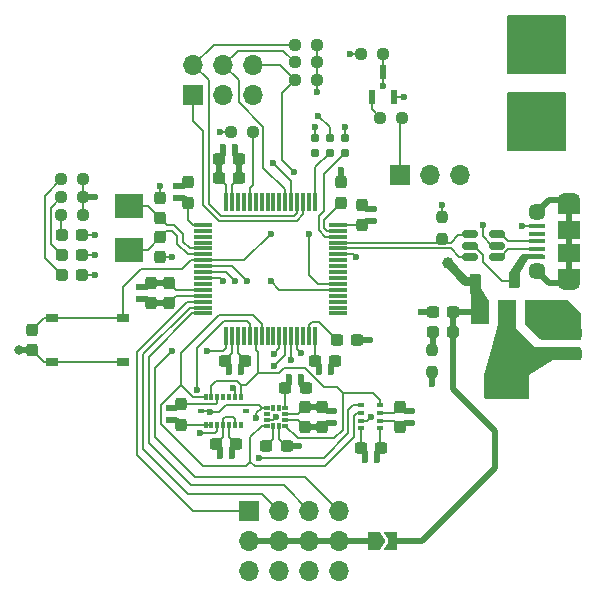
<source format=gbr>
%TF.GenerationSoftware,KiCad,Pcbnew,(6.0.9)*%
%TF.CreationDate,2022-11-01T00:51:48+09:00*%
%TF.ProjectId,STM32-FC,53544d33-322d-4464-932e-6b696361645f,rev?*%
%TF.SameCoordinates,Original*%
%TF.FileFunction,Copper,L1,Top*%
%TF.FilePolarity,Positive*%
%FSLAX46Y46*%
G04 Gerber Fmt 4.6, Leading zero omitted, Abs format (unit mm)*
G04 Created by KiCad (PCBNEW (6.0.9)) date 2022-11-01 00:51:48*
%MOMM*%
%LPD*%
G01*
G04 APERTURE LIST*
G04 Aperture macros list*
%AMRoundRect*
0 Rectangle with rounded corners*
0 $1 Rounding radius*
0 $2 $3 $4 $5 $6 $7 $8 $9 X,Y pos of 4 corners*
0 Add a 4 corners polygon primitive as box body*
4,1,4,$2,$3,$4,$5,$6,$7,$8,$9,$2,$3,0*
0 Add four circle primitives for the rounded corners*
1,1,$1+$1,$2,$3*
1,1,$1+$1,$4,$5*
1,1,$1+$1,$6,$7*
1,1,$1+$1,$8,$9*
0 Add four rect primitives between the rounded corners*
20,1,$1+$1,$2,$3,$4,$5,0*
20,1,$1+$1,$4,$5,$6,$7,0*
20,1,$1+$1,$6,$7,$8,$9,0*
20,1,$1+$1,$8,$9,$2,$3,0*%
%AMFreePoly0*
4,1,6,1.000000,0.000000,0.500000,-0.750000,-0.500000,-0.750000,-0.500000,0.750000,0.500000,0.750000,1.000000,0.000000,1.000000,0.000000,$1*%
%AMFreePoly1*
4,1,6,0.500000,-0.750000,-0.650000,-0.750000,-0.150000,0.000000,-0.650000,0.750000,0.500000,0.750000,0.500000,-0.750000,0.500000,-0.750000,$1*%
G04 Aperture macros list end*
%TA.AperFunction,SMDPad,CuDef*%
%ADD10RoundRect,0.237500X0.237500X-0.300000X0.237500X0.300000X-0.237500X0.300000X-0.237500X-0.300000X0*%
%TD*%
%TA.AperFunction,SMDPad,CuDef*%
%ADD11RoundRect,0.237500X0.300000X0.237500X-0.300000X0.237500X-0.300000X-0.237500X0.300000X-0.237500X0*%
%TD*%
%TA.AperFunction,SMDPad,CuDef*%
%ADD12RoundRect,0.237500X-0.250000X-0.237500X0.250000X-0.237500X0.250000X0.237500X-0.250000X0.237500X0*%
%TD*%
%TA.AperFunction,SMDPad,CuDef*%
%ADD13RoundRect,0.237500X-0.237500X0.300000X-0.237500X-0.300000X0.237500X-0.300000X0.237500X0.300000X0*%
%TD*%
%TA.AperFunction,SMDPad,CuDef*%
%ADD14RoundRect,0.237500X-0.300000X-0.237500X0.300000X-0.237500X0.300000X0.237500X-0.300000X0.237500X0*%
%TD*%
%TA.AperFunction,SMDPad,CuDef*%
%ADD15RoundRect,0.237500X0.250000X0.237500X-0.250000X0.237500X-0.250000X-0.237500X0.250000X-0.237500X0*%
%TD*%
%TA.AperFunction,ComponentPad*%
%ADD16R,1.700000X1.700000*%
%TD*%
%TA.AperFunction,ComponentPad*%
%ADD17O,1.700000X1.700000*%
%TD*%
%TA.AperFunction,SMDPad,CuDef*%
%ADD18R,2.400000X2.000000*%
%TD*%
%TA.AperFunction,SMDPad,CuDef*%
%ADD19RoundRect,0.237500X-0.237500X0.250000X-0.237500X-0.250000X0.237500X-0.250000X0.237500X0.250000X0*%
%TD*%
%TA.AperFunction,SMDPad,CuDef*%
%ADD20R,0.500000X0.350000*%
%TD*%
%TA.AperFunction,SMDPad,CuDef*%
%ADD21R,1.500000X2.000000*%
%TD*%
%TA.AperFunction,SMDPad,CuDef*%
%ADD22R,3.800000X2.000000*%
%TD*%
%TA.AperFunction,SMDPad,CuDef*%
%ADD23RoundRect,0.075000X-0.700000X-0.075000X0.700000X-0.075000X0.700000X0.075000X-0.700000X0.075000X0*%
%TD*%
%TA.AperFunction,SMDPad,CuDef*%
%ADD24RoundRect,0.075000X-0.075000X-0.700000X0.075000X-0.700000X0.075000X0.700000X-0.075000X0.700000X0*%
%TD*%
%TA.AperFunction,SMDPad,CuDef*%
%ADD25R,0.350000X0.590000*%
%TD*%
%TA.AperFunction,SMDPad,CuDef*%
%ADD26R,0.590000X0.350000*%
%TD*%
%TA.AperFunction,SMDPad,CuDef*%
%ADD27R,1.350000X0.400000*%
%TD*%
%TA.AperFunction,SMDPad,CuDef*%
%ADD28R,1.900000X1.200000*%
%TD*%
%TA.AperFunction,ComponentPad*%
%ADD29C,1.450000*%
%TD*%
%TA.AperFunction,ComponentPad*%
%ADD30O,1.900000X1.200000*%
%TD*%
%TA.AperFunction,SMDPad,CuDef*%
%ADD31R,1.900000X1.500000*%
%TD*%
%TA.AperFunction,SMDPad,CuDef*%
%ADD32R,1.000000X0.750000*%
%TD*%
%TA.AperFunction,SMDPad,CuDef*%
%ADD33RoundRect,0.237500X-0.287500X-0.237500X0.287500X-0.237500X0.287500X0.237500X-0.287500X0.237500X0*%
%TD*%
%TA.AperFunction,SMDPad,CuDef*%
%ADD34R,0.600000X1.300000*%
%TD*%
%TA.AperFunction,SMDPad,CuDef*%
%ADD35FreePoly0,0.000000*%
%TD*%
%TA.AperFunction,SMDPad,CuDef*%
%ADD36FreePoly1,0.000000*%
%TD*%
%TA.AperFunction,SMDPad,CuDef*%
%ADD37RoundRect,0.031500X-0.173500X-0.143500X0.173500X-0.143500X0.173500X0.143500X-0.173500X0.143500X0*%
%TD*%
%TA.AperFunction,SMDPad,CuDef*%
%ADD38RoundRect,0.031500X0.143500X-0.173500X0.143500X0.173500X-0.143500X0.173500X-0.143500X-0.173500X0*%
%TD*%
%TA.AperFunction,SMDPad,CuDef*%
%ADD39RoundRect,0.150000X0.512500X0.150000X-0.512500X0.150000X-0.512500X-0.150000X0.512500X-0.150000X0*%
%TD*%
%TA.AperFunction,SMDPad,CuDef*%
%ADD40R,0.900000X1.200000*%
%TD*%
%TA.AperFunction,ConnectorPad*%
%ADD41C,0.787400*%
%TD*%
%TA.AperFunction,ViaPad*%
%ADD42C,0.600000*%
%TD*%
%TA.AperFunction,ViaPad*%
%ADD43C,0.800000*%
%TD*%
%TA.AperFunction,ViaPad*%
%ADD44C,1.000000*%
%TD*%
%TA.AperFunction,Conductor*%
%ADD45C,0.500000*%
%TD*%
%TA.AperFunction,Conductor*%
%ADD46C,0.200000*%
%TD*%
%TA.AperFunction,Conductor*%
%ADD47C,0.800000*%
%TD*%
G04 APERTURE END LIST*
D10*
%TO.P,C16,1*%
%TO.N,+3.3V*%
X175850000Y-107162500D03*
%TO.P,C16,2*%
%TO.N,GND*%
X175850000Y-105437500D03*
%TD*%
%TO.P,C15,1*%
%TO.N,+3.3V*%
X174350000Y-107162500D03*
%TO.P,C15,2*%
%TO.N,GND*%
X174350000Y-105437500D03*
%TD*%
D11*
%TO.P,C14,1*%
%TO.N,+5V*%
X165462500Y-103650000D03*
%TO.P,C14,2*%
%TO.N,GND*%
X163737500Y-103650000D03*
%TD*%
D12*
%TO.P,R11,1*%
%TO.N,Net-(D5-Pad1)*%
X132287500Y-95400000D03*
%TO.P,R11,2*%
%TO.N,GND*%
X134112500Y-95400000D03*
%TD*%
D13*
%TO.P,C5,1*%
%TO.N,/OSC_OUT*%
X140650000Y-97287500D03*
%TO.P,C5,2*%
%TO.N,GND*%
X140650000Y-99012500D03*
%TD*%
D10*
%TO.P,C12,1*%
%TO.N,+3.3V*%
X139900000Y-102862500D03*
%TO.P,C12,2*%
%TO.N,GND*%
X139900000Y-101137500D03*
%TD*%
D13*
%TO.P,C20,1*%
%TO.N,+3.3V*%
X152900000Y-111637500D03*
%TO.P,C20,2*%
%TO.N,GND*%
X152900000Y-113362500D03*
%TD*%
D14*
%TO.P,C9,1*%
%TO.N,+3.3V*%
X153737500Y-107750000D03*
%TO.P,C9,2*%
%TO.N,GND*%
X155462500Y-107750000D03*
%TD*%
D10*
%TO.P,C3,1*%
%TO.N,+3.3V*%
X143000000Y-94362500D03*
%TO.P,C3,2*%
%TO.N,GND*%
X143000000Y-92637500D03*
%TD*%
D15*
%TO.P,R3,1*%
%TO.N,+3.3V*%
X153912500Y-81000000D03*
%TO.P,R3,2*%
%TO.N,/UART4_RX*%
X152087500Y-81000000D03*
%TD*%
D16*
%TO.P,J3,1,Pin_1*%
%TO.N,/UART4_TX*%
X143475000Y-85275000D03*
D17*
%TO.P,J3,2,Pin_2*%
%TO.N,/UART4_RX*%
X143475000Y-82735000D03*
%TO.P,J3,3,Pin_3*%
%TO.N,/UART5_TX*%
X146015000Y-85275000D03*
%TO.P,J3,4,Pin_4*%
%TO.N,/UART5_RX*%
X146015000Y-82735000D03*
%TO.P,J3,5,Pin_5*%
%TO.N,/UART6_TX*%
X148555000Y-85275000D03*
%TO.P,J3,6,Pin_6*%
%TO.N,/UART6_RX*%
X148555000Y-82735000D03*
%TD*%
D15*
%TO.P,R7,1*%
%TO.N,+3.3V*%
X153912500Y-84000000D03*
%TO.P,R7,2*%
%TO.N,/UART6_RX*%
X152087500Y-84000000D03*
%TD*%
D18*
%TO.P,Y1,1,1*%
%TO.N,/OSC_IN*%
X138000000Y-94650000D03*
%TO.P,Y1,2,2*%
%TO.N,/OSC_OUT*%
X138000000Y-98350000D03*
%TD*%
D19*
%TO.P,R8,1*%
%TO.N,Net-(D2-Pad1)*%
X163700000Y-106887500D03*
%TO.P,R8,2*%
%TO.N,GND*%
X163700000Y-108712500D03*
%TD*%
D20*
%TO.P,U6,1,GND*%
%TO.N,GND*%
X157700000Y-113475000D03*
%TO.P,U6,2,CSB*%
%TO.N,/BARO_NSS*%
X157700000Y-112825000D03*
%TO.P,U6,3,SDI*%
%TO.N,/SPI1_MOSI*%
X157700000Y-112175000D03*
%TO.P,U6,4,SCK*%
%TO.N,/SPI1_SCK*%
X157700000Y-111525000D03*
%TO.P,U6,5,SDO*%
%TO.N,/SPI1_MISO*%
X159300000Y-111525000D03*
%TO.P,U6,6,VDDIO*%
%TO.N,+3.3V*%
X159300000Y-112175000D03*
%TO.P,U6,7,GND*%
%TO.N,GND*%
X159300000Y-112825000D03*
%TO.P,U6,8,VDD*%
%TO.N,+3.3V*%
X159300000Y-113475000D03*
%TD*%
D21*
%TO.P,U3,1,GND*%
%TO.N,GND*%
X172300000Y-103650000D03*
D22*
%TO.P,U3,2,VO*%
%TO.N,+3.3V*%
X170000000Y-109950000D03*
D21*
X170000000Y-103650000D03*
%TO.P,U3,3,VI*%
%TO.N,+5V*%
X167700000Y-103650000D03*
%TD*%
D23*
%TO.P,U1,1,VBAT*%
%TO.N,+3.3V*%
X144325000Y-96250000D03*
%TO.P,U1,2,PC13*%
%TO.N,unconnected-(U1-Pad2)*%
X144325000Y-96750000D03*
%TO.P,U1,3,PC14*%
%TO.N,unconnected-(U1-Pad3)*%
X144325000Y-97250000D03*
%TO.P,U1,4,PC15*%
%TO.N,unconnected-(U1-Pad4)*%
X144325000Y-97750000D03*
%TO.P,U1,5,PH0*%
%TO.N,/OSC_IN*%
X144325000Y-98250000D03*
%TO.P,U1,6,PH1*%
%TO.N,/OSC_OUT*%
X144325000Y-98750000D03*
%TO.P,U1,7,NRST*%
%TO.N,/NRST*%
X144325000Y-99250000D03*
%TO.P,U1,8,PC0*%
%TO.N,/LED_RED*%
X144325000Y-99750000D03*
%TO.P,U1,9,PC1*%
%TO.N,/LED_GREEN*%
X144325000Y-100250000D03*
%TO.P,U1,10,PC2*%
%TO.N,/LED_BLUE*%
X144325000Y-100750000D03*
%TO.P,U1,11,PC3*%
%TO.N,unconnected-(U1-Pad11)*%
X144325000Y-101250000D03*
%TO.P,U1,12,VSSA*%
%TO.N,GND*%
X144325000Y-101750000D03*
%TO.P,U1,13,VDDA*%
%TO.N,+3.3V*%
X144325000Y-102250000D03*
%TO.P,U1,14,PA0*%
%TO.N,/TIM5_CH1*%
X144325000Y-102750000D03*
%TO.P,U1,15,PA1*%
%TO.N,/TIM5_CH2*%
X144325000Y-103250000D03*
%TO.P,U1,16,PA2*%
%TO.N,/TIM5_CH3*%
X144325000Y-103750000D03*
D24*
%TO.P,U1,17,PA3*%
%TO.N,/TIM5_CH4*%
X146250000Y-105675000D03*
%TO.P,U1,18,VSS*%
%TO.N,GND*%
X146750000Y-105675000D03*
%TO.P,U1,19,VDD*%
%TO.N,+3.3V*%
X147250000Y-105675000D03*
%TO.P,U1,20,PA4*%
%TO.N,unconnected-(U1-Pad20)*%
X147750000Y-105675000D03*
%TO.P,U1,21,PA5*%
%TO.N,/SPI1_SCK*%
X148250000Y-105675000D03*
%TO.P,U1,22,PA6*%
%TO.N,/SPI1_MISO*%
X148750000Y-105675000D03*
%TO.P,U1,23,PA7*%
%TO.N,/SPI1_MOSI*%
X149250000Y-105675000D03*
%TO.P,U1,24,PC4*%
%TO.N,unconnected-(U1-Pad24)*%
X149750000Y-105675000D03*
%TO.P,U1,25,PC5*%
%TO.N,unconnected-(U1-Pad25)*%
X150250000Y-105675000D03*
%TO.P,U1,26,PB0*%
%TO.N,/GYRO_NSS*%
X150750000Y-105675000D03*
%TO.P,U1,27,PB1*%
%TO.N,/ACC_NSS*%
X151250000Y-105675000D03*
%TO.P,U1,28,PB2*%
%TO.N,/MAG_NSS*%
X151750000Y-105675000D03*
%TO.P,U1,29,PB10*%
%TO.N,/BARO_NSS*%
X152250000Y-105675000D03*
%TO.P,U1,30,PB11*%
%TO.N,unconnected-(U1-Pad30)*%
X152750000Y-105675000D03*
%TO.P,U1,31,VCAP_1*%
%TO.N,/VCAP1*%
X153250000Y-105675000D03*
%TO.P,U1,32,VDD*%
%TO.N,+3.3V*%
X153750000Y-105675000D03*
D23*
%TO.P,U1,33,PB12*%
%TO.N,unconnected-(U1-Pad33)*%
X155675000Y-103750000D03*
%TO.P,U1,34,PB13*%
%TO.N,unconnected-(U1-Pad34)*%
X155675000Y-103250000D03*
%TO.P,U1,35,PB14*%
%TO.N,unconnected-(U1-Pad35)*%
X155675000Y-102750000D03*
%TO.P,U1,36,PB15*%
%TO.N,unconnected-(U1-Pad36)*%
X155675000Y-102250000D03*
%TO.P,U1,37,PC6*%
%TO.N,/UART6_TX*%
X155675000Y-101750000D03*
%TO.P,U1,38,PC7*%
%TO.N,/UART6_RX*%
X155675000Y-101250000D03*
%TO.P,U1,39,PC8*%
%TO.N,unconnected-(U1-Pad39)*%
X155675000Y-100750000D03*
%TO.P,U1,40,PC9*%
%TO.N,unconnected-(U1-Pad40)*%
X155675000Y-100250000D03*
%TO.P,U1,41,PA8*%
%TO.N,unconnected-(U1-Pad41)*%
X155675000Y-99750000D03*
%TO.P,U1,42,PA9*%
%TO.N,unconnected-(U1-Pad42)*%
X155675000Y-99250000D03*
%TO.P,U1,43,PA10*%
%TO.N,/UART1_RX*%
X155675000Y-98750000D03*
%TO.P,U1,44,PA11*%
%TO.N,/USB_D-*%
X155675000Y-98250000D03*
%TO.P,U1,45,PA12*%
%TO.N,/USB_D+*%
X155675000Y-97750000D03*
%TO.P,U1,46,PA13*%
%TO.N,/SWDIO*%
X155675000Y-97250000D03*
%TO.P,U1,47,VCAP_2*%
%TO.N,/VCAP2*%
X155675000Y-96750000D03*
%TO.P,U1,48,VDD*%
%TO.N,+3.3V*%
X155675000Y-96250000D03*
D24*
%TO.P,U1,49,PA14*%
%TO.N,/SWCLK*%
X153750000Y-94325000D03*
%TO.P,U1,50,PA15*%
%TO.N,unconnected-(U1-Pad50)*%
X153250000Y-94325000D03*
%TO.P,U1,51,PC10*%
%TO.N,/UART4_TX*%
X152750000Y-94325000D03*
%TO.P,U1,52,PC11*%
%TO.N,/UART4_RX*%
X152250000Y-94325000D03*
%TO.P,U1,53,PC12*%
%TO.N,/UART5_TX*%
X151750000Y-94325000D03*
%TO.P,U1,54,PD2*%
%TO.N,/UART5_RX*%
X151250000Y-94325000D03*
%TO.P,U1,55,PB3*%
%TO.N,unconnected-(U1-Pad55)*%
X150750000Y-94325000D03*
%TO.P,U1,56,PB4*%
%TO.N,unconnected-(U1-Pad56)*%
X150250000Y-94325000D03*
%TO.P,U1,57,PB5*%
%TO.N,unconnected-(U1-Pad57)*%
X149750000Y-94325000D03*
%TO.P,U1,58,PB6*%
%TO.N,unconnected-(U1-Pad58)*%
X149250000Y-94325000D03*
%TO.P,U1,59,PB7*%
%TO.N,unconnected-(U1-Pad59)*%
X148750000Y-94325000D03*
%TO.P,U1,60,BOOT0*%
%TO.N,/BOOT0*%
X148250000Y-94325000D03*
%TO.P,U1,61,PB8*%
%TO.N,unconnected-(U1-Pad61)*%
X147750000Y-94325000D03*
%TO.P,U1,62,PB9*%
%TO.N,unconnected-(U1-Pad62)*%
X147250000Y-94325000D03*
%TO.P,U1,63,VSS*%
%TO.N,GND*%
X146750000Y-94325000D03*
%TO.P,U1,64,VDD*%
%TO.N,+3.3V*%
X146250000Y-94325000D03*
%TD*%
D11*
%TO.P,C7,1*%
%TO.N,GND*%
X157362500Y-106000000D03*
%TO.P,C7,2*%
%TO.N,/VCAP1*%
X155637500Y-106000000D03*
%TD*%
D13*
%TO.P,C23,1*%
%TO.N,+3.3V*%
X161000000Y-111637500D03*
%TO.P,C23,2*%
%TO.N,GND*%
X161000000Y-113362500D03*
%TD*%
%TO.P,C19,1*%
%TO.N,+3.3V*%
X154400000Y-111637500D03*
%TO.P,C19,2*%
%TO.N,GND*%
X154400000Y-113362500D03*
%TD*%
D10*
%TO.P,C8,1*%
%TO.N,/VCAP2*%
X156000000Y-94362500D03*
%TO.P,C8,2*%
%TO.N,GND*%
X156000000Y-92637500D03*
%TD*%
D25*
%TO.P,U4,1,INT2*%
%TO.N,unconnected-(U4-Pad1)*%
X147500000Y-113165000D03*
%TO.P,U4,2,NC*%
%TO.N,GND*%
X147000000Y-113165000D03*
%TO.P,U4,3,VDD*%
%TO.N,+3.3V*%
X146500000Y-113165000D03*
%TO.P,U4,4,GNDA*%
%TO.N,GND*%
X146000000Y-113165000D03*
%TO.P,U4,5,CSB2*%
%TO.N,/GYRO_NSS*%
X145500000Y-113165000D03*
%TO.P,U4,6,GNDIO*%
%TO.N,GND*%
X145000000Y-113165000D03*
%TO.P,U4,7,PS*%
X144500000Y-113165000D03*
D26*
%TO.P,U4,8,SCL/SCK*%
%TO.N,/SPI1_SCK*%
X144085000Y-112000000D03*
D25*
%TO.P,U4,9,SDA/SDI*%
%TO.N,/SPI1_MOSI*%
X144500000Y-110835000D03*
%TO.P,U4,10,SDO2*%
%TO.N,/SPI1_MISO*%
X145000000Y-110835000D03*
%TO.P,U4,11,VDDIO*%
%TO.N,+3.3V*%
X145500000Y-110835000D03*
%TO.P,U4,12,INT3*%
%TO.N,unconnected-(U4-Pad12)*%
X146000000Y-110835000D03*
%TO.P,U4,13,INT4*%
%TO.N,unconnected-(U4-Pad13)*%
X146500000Y-110835000D03*
%TO.P,U4,14,CSB1*%
%TO.N,/ACC_NSS*%
X147000000Y-110835000D03*
%TO.P,U4,15,SDO1*%
%TO.N,/SPI1_MISO*%
X147500000Y-110835000D03*
D26*
%TO.P,U4,16,INT1*%
%TO.N,unconnected-(U4-Pad16)*%
X147915000Y-112000000D03*
%TD*%
D10*
%TO.P,C10,1*%
%TO.N,+3.3V*%
X157750000Y-96262500D03*
%TO.P,C10,2*%
%TO.N,GND*%
X157750000Y-94537500D03*
%TD*%
D27*
%TO.P,J1,1,VBUS*%
%TO.N,VBUS*%
X172537500Y-98950000D03*
%TO.P,J1,2,D-*%
%TO.N,/USB_CONN_D-*%
X172537500Y-98300000D03*
%TO.P,J1,3,D+*%
%TO.N,/USB_CONN_D+*%
X172537500Y-97650000D03*
%TO.P,J1,4,ID*%
%TO.N,unconnected-(J1-Pad4)*%
X172537500Y-97000000D03*
%TO.P,J1,5,GND*%
%TO.N,GND*%
X172537500Y-96350000D03*
D28*
%TO.P,J1,6,Shield*%
%TO.N,unconnected-(J1-Pad6)*%
X175237500Y-100550000D03*
D29*
X172537500Y-95150000D03*
D30*
X175237500Y-101150000D03*
D29*
X172537500Y-100150000D03*
D28*
X175237500Y-94750000D03*
D31*
X175237500Y-96650000D03*
X175237500Y-98650000D03*
D30*
X175237500Y-94150000D03*
%TD*%
D10*
%TO.P,C2,1*%
%TO.N,GND*%
X129800000Y-106862500D03*
%TO.P,C2,2*%
%TO.N,/NRST*%
X129800000Y-105137500D03*
%TD*%
D12*
%TO.P,R6,1*%
%TO.N,+3.3V*%
X157675000Y-81750000D03*
%TO.P,R6,2*%
%TO.N,/UART1_RX*%
X159500000Y-81750000D03*
%TD*%
D10*
%TO.P,C13,1*%
%TO.N,+3.3V*%
X141400000Y-102862500D03*
%TO.P,C13,2*%
%TO.N,GND*%
X141400000Y-101137500D03*
%TD*%
D13*
%TO.P,C18,1*%
%TO.N,+3.3V*%
X142400000Y-111437500D03*
%TO.P,C18,2*%
%TO.N,GND*%
X142400000Y-113162500D03*
%TD*%
D32*
%TO.P,SW1,1,A*%
%TO.N,/NRST*%
X137500000Y-104125000D03*
X131500000Y-104125000D03*
%TO.P,SW1,2,B*%
%TO.N,GND*%
X137500000Y-107875000D03*
X131500000Y-107875000D03*
%TD*%
D12*
%TO.P,R10,1*%
%TO.N,Net-(D4-Pad1)*%
X132287500Y-93900000D03*
%TO.P,R10,2*%
%TO.N,GND*%
X134112500Y-93900000D03*
%TD*%
D14*
%TO.P,C22,1*%
%TO.N,/Sensors/MAG_C1*%
X149637500Y-115000000D03*
%TO.P,C22,2*%
%TO.N,GND*%
X151362500Y-115000000D03*
%TD*%
%TO.P,C21,1*%
%TO.N,+3.3V*%
X151237500Y-110100000D03*
%TO.P,C21,2*%
%TO.N,GND*%
X152962500Y-110100000D03*
%TD*%
D13*
%TO.P,C4,1*%
%TO.N,GND*%
X140650000Y-93987500D03*
%TO.P,C4,2*%
%TO.N,/OSC_IN*%
X140650000Y-95712500D03*
%TD*%
D11*
%TO.P,C6,1*%
%TO.N,+3.3V*%
X147862500Y-107750000D03*
%TO.P,C6,2*%
%TO.N,GND*%
X146137500Y-107750000D03*
%TD*%
%TO.P,C17,1*%
%TO.N,+3.3V*%
X147112500Y-114800000D03*
%TO.P,C17,2*%
%TO.N,GND*%
X145387500Y-114800000D03*
%TD*%
D33*
%TO.P,D3,1,K*%
%TO.N,Net-(D3-Pad1)*%
X132325000Y-100500000D03*
%TO.P,D3,2,A*%
%TO.N,/LED_RED*%
X134075000Y-100500000D03*
%TD*%
D34*
%TO.P,Q1,1,B*%
%TO.N,Net-(Q1-Pad1)*%
X158550000Y-85400000D03*
%TO.P,Q1,2,E*%
%TO.N,GND*%
X160450000Y-85400000D03*
%TO.P,Q1,3,C*%
%TO.N,/UART1_RX*%
X159500000Y-83300000D03*
%TD*%
D12*
%TO.P,R9,1*%
%TO.N,Net-(D3-Pad1)*%
X132287500Y-92400000D03*
%TO.P,R9,2*%
%TO.N,GND*%
X134112500Y-92400000D03*
%TD*%
D15*
%TO.P,R1,1*%
%TO.N,/BOOT0*%
X148500000Y-88400000D03*
%TO.P,R1,2*%
%TO.N,GND*%
X146675000Y-88400000D03*
%TD*%
D11*
%TO.P,C24,1*%
%TO.N,+3.3V*%
X159362500Y-115150000D03*
%TO.P,C24,2*%
%TO.N,GND*%
X157637500Y-115150000D03*
%TD*%
D35*
%TO.P,JP1,1,A*%
%TO.N,/PWM_5V*%
X158775000Y-123000000D03*
D36*
%TO.P,JP1,2,B*%
%TO.N,+5V*%
X160225000Y-123000000D03*
%TD*%
D37*
%TO.P,U5,1,SCL/SPC*%
%TO.N,/SPI1_SCK*%
X149740000Y-111750000D03*
%TO.P,U5,2,NC1*%
%TO.N,unconnected-(U5-Pad2)*%
X149740000Y-112250000D03*
%TO.P,U5,3,CS*%
%TO.N,/MAG_NSS*%
X149740000Y-112750000D03*
%TO.P,U5,4,SDA/SDI/SDO*%
%TO.N,/SPI1_MOSI*%
X149740000Y-113250000D03*
D38*
%TO.P,U5,5,C1*%
%TO.N,/Sensors/MAG_C1*%
X150250000Y-113260000D03*
%TO.P,U5,6,GND*%
%TO.N,GND*%
X150750000Y-113260000D03*
D37*
%TO.P,U5,7,INT/DRDY/SDO*%
%TO.N,/SPI1_MISO*%
X151260000Y-113250000D03*
%TO.P,U5,8,GND*%
%TO.N,GND*%
X151260000Y-112750000D03*
%TO.P,U5,9,VDD*%
%TO.N,+3.3V*%
X151260000Y-112250000D03*
%TO.P,U5,10,VDD_IO*%
X151260000Y-111750000D03*
D38*
%TO.P,U5,11,NC2*%
%TO.N,unconnected-(U5-Pad11)*%
X150750000Y-111740000D03*
%TO.P,U5,12,NC3*%
%TO.N,unconnected-(U5-Pad12)*%
X150250000Y-111740000D03*
%TD*%
D16*
%TO.P,J4,1,CH1*%
%TO.N,/TIM5_CH1*%
X148190000Y-120460000D03*
D17*
%TO.P,J4,2,CH2*%
%TO.N,/TIM5_CH2*%
X150730000Y-120460000D03*
%TO.P,J4,3,CH3*%
%TO.N,/TIM5_CH3*%
X153270000Y-120460000D03*
%TO.P,J4,4,CH4*%
%TO.N,/TIM5_CH4*%
X155810000Y-120460000D03*
%TO.P,J4,5,5V*%
%TO.N,/PWM_5V*%
X150730000Y-123000000D03*
X148190000Y-123000000D03*
X153270000Y-123000000D03*
X155810000Y-123000000D03*
%TO.P,J4,6,GND*%
%TO.N,GND*%
X150730000Y-125540000D03*
X155810000Y-125540000D03*
X148190000Y-125540000D03*
X153270000Y-125540000D03*
%TD*%
D33*
%TO.P,D4,1,K*%
%TO.N,Net-(D4-Pad1)*%
X132325000Y-98800000D03*
%TO.P,D4,2,A*%
%TO.N,/LED_GREEN*%
X134075000Y-98800000D03*
%TD*%
D15*
%TO.P,R4,1*%
%TO.N,/UART1_RX_INV*%
X161112500Y-87200000D03*
%TO.P,R4,2*%
%TO.N,Net-(Q1-Pad1)*%
X159287500Y-87200000D03*
%TD*%
D16*
%TO.P,J2,1,Pin_1*%
%TO.N,/UART1_RX_INV*%
X160975000Y-92000000D03*
D17*
%TO.P,J2,2,Pin_2*%
%TO.N,+5V*%
X163515000Y-92000000D03*
%TO.P,J2,3,Pin_3*%
%TO.N,GND*%
X166055000Y-92000000D03*
%TD*%
D39*
%TO.P,U2,1,I/O1*%
%TO.N,/USB_CONN_D-*%
X169137500Y-98950000D03*
%TO.P,U2,2,GND*%
%TO.N,GND*%
X169137500Y-98000000D03*
%TO.P,U2,3,I/O2*%
%TO.N,/USB_CONN_D+*%
X169137500Y-97050000D03*
%TO.P,U2,4,I/O2*%
%TO.N,/USB_D+*%
X166862500Y-97050000D03*
%TO.P,U2,5,VBUS*%
%TO.N,VBUS*%
X166862500Y-98000000D03*
%TO.P,U2,6,I/O1*%
%TO.N,/USB_D-*%
X166862500Y-98950000D03*
%TD*%
D33*
%TO.P,D5,1,K*%
%TO.N,Net-(D5-Pad1)*%
X132325000Y-97100000D03*
%TO.P,D5,2,A*%
%TO.N,/LED_BLUE*%
X134075000Y-97100000D03*
%TD*%
D40*
%TO.P,D1,1,K*%
%TO.N,+5V*%
X167350000Y-101000000D03*
%TO.P,D1,2,A*%
%TO.N,VBUS*%
X170650000Y-101000000D03*
%TD*%
D19*
%TO.P,R2,1*%
%TO.N,+3.3V*%
X164500000Y-95587500D03*
%TO.P,R2,2*%
%TO.N,/USB_D+*%
X164500000Y-97412500D03*
%TD*%
D14*
%TO.P,C11,1*%
%TO.N,+3.3V*%
X145637500Y-92250000D03*
%TO.P,C11,2*%
%TO.N,GND*%
X147362500Y-92250000D03*
%TD*%
D15*
%TO.P,R5,1*%
%TO.N,+3.3V*%
X153912500Y-82500000D03*
%TO.P,R5,2*%
%TO.N,/UART5_RX*%
X152087500Y-82500000D03*
%TD*%
D14*
%TO.P,C1,1*%
%TO.N,+3.3V*%
X145637500Y-90700000D03*
%TO.P,C1,2*%
%TO.N,GND*%
X147362500Y-90700000D03*
%TD*%
D41*
%TO.P,J5,1,Pin_1*%
%TO.N,+3.3V*%
X156270000Y-88865000D03*
%TO.P,J5,2,Pin_2*%
%TO.N,/SWDIO*%
X156270000Y-90135000D03*
%TO.P,J5,3,Pin_3*%
%TO.N,/NRST*%
X155000000Y-88865000D03*
%TO.P,J5,4,Pin_4*%
%TO.N,/SWCLK*%
X155000000Y-90135000D03*
%TO.P,J5,5,Pin_5*%
%TO.N,GND*%
X153730000Y-88865000D03*
%TO.P,J5,6,Pin_6*%
%TO.N,unconnected-(J5-Pad6)*%
X153730000Y-90135000D03*
%TD*%
D33*
%TO.P,D2,1,K*%
%TO.N,Net-(D2-Pad1)*%
X163725000Y-105300000D03*
%TO.P,D2,2,A*%
%TO.N,+5V*%
X165475000Y-105300000D03*
%TD*%
D42*
%TO.N,/SPI1_SCK*%
X149000000Y-116000000D03*
%TO.N,/GYRO_NSS*%
X150300000Y-107150000D03*
%TO.N,/ACC_NSS*%
X150300000Y-108200000D03*
%TO.N,GND*%
X142000000Y-93000000D03*
X163700000Y-109700000D03*
D43*
X173500000Y-88500000D03*
D42*
X173100000Y-105300000D03*
X155400000Y-113000000D03*
X145750000Y-115800000D03*
X147000000Y-89700000D03*
D43*
X171500000Y-86500000D03*
D42*
X175600000Y-104100000D03*
X162000000Y-113000000D03*
X174000000Y-104100000D03*
X162700000Y-103650000D03*
X156000000Y-91600000D03*
X152600000Y-109100000D03*
X145700000Y-88400000D03*
X146500000Y-108750000D03*
D43*
X172500000Y-87500000D03*
D42*
X140650000Y-92950000D03*
X155100000Y-108750000D03*
X141650000Y-99000000D03*
X152400000Y-115000000D03*
X171250000Y-96350000D03*
X161300000Y-85400000D03*
X135100000Y-93900000D03*
X174800000Y-103150000D03*
X168000000Y-96250000D03*
D43*
X171500000Y-88500000D03*
D42*
X158400000Y-106000000D03*
X141400000Y-112800000D03*
X158750000Y-94900000D03*
D43*
X128700000Y-106850000D03*
X173500000Y-86500000D03*
D42*
X158000000Y-116150000D03*
X138900000Y-101500000D03*
X153730000Y-87935000D03*
%TO.N,/NRST*%
X150000000Y-97000000D03*
X154000000Y-87000000D03*
D44*
%TO.N,+5V*%
X165000000Y-99500000D03*
X173500000Y-82000000D03*
X173500000Y-80000000D03*
X171500000Y-82000000D03*
X171500000Y-80000000D03*
D42*
%TO.N,/UART1_RX*%
X157200000Y-99000000D03*
X159500000Y-84500000D03*
%TO.N,+3.3V*%
X142000000Y-94000000D03*
X156700000Y-81750000D03*
X138900000Y-102500000D03*
X155400000Y-112000000D03*
X169500000Y-106500000D03*
X146750000Y-115800000D03*
X156270000Y-87935000D03*
X171000000Y-108000000D03*
X147500000Y-108750000D03*
X171000000Y-106500000D03*
X146000000Y-89700000D03*
X151600000Y-109100000D03*
X164500000Y-94600000D03*
X153910000Y-85000000D03*
X141400000Y-111800000D03*
X158750000Y-95900000D03*
X169500000Y-108000000D03*
X172500000Y-107500000D03*
X154100000Y-108750000D03*
X159000000Y-116150000D03*
X162000000Y-112000000D03*
%TO.N,/LED_RED*%
X135100000Y-100500000D03*
X148000000Y-101000000D03*
%TO.N,/LED_GREEN*%
X135100000Y-98800000D03*
X147000000Y-101000000D03*
%TO.N,/LED_BLUE*%
X146000000Y-101000000D03*
X135100000Y-97100000D03*
%TO.N,/TIM5_CH4*%
X141700000Y-106900000D03*
X144600000Y-106900000D03*
%TO.N,/SPI1_SCK*%
X143800000Y-110200000D03*
X148800000Y-112600000D03*
X144900000Y-112100000D03*
%TO.N,/ACC_NSS*%
X146800000Y-110100000D03*
%TO.N,/GYRO_NSS*%
X144000000Y-113900000D03*
%TO.N,/MAG_NSS*%
X150500000Y-112500000D03*
X151725000Y-107700000D03*
%TO.N,/BARO_NSS*%
X152600000Y-107100000D03*
X158500000Y-112500000D03*
%TO.N,/UART6_TX*%
X150000000Y-101000000D03*
%TO.N,/UART6_RX*%
X153250000Y-97000000D03*
X152000000Y-91800000D03*
%TO.N,/UART5_TX*%
X150200000Y-91000000D03*
%TD*%
D45*
%TO.N,+5V*%
X165462500Y-103650000D02*
X165462500Y-105287500D01*
X165462500Y-105287500D02*
X165475000Y-105300000D01*
X167700000Y-103650000D02*
X165462500Y-103650000D01*
%TO.N,GND*%
X163737500Y-103650000D02*
X162700000Y-103650000D01*
D46*
%TO.N,/SPI1_SCK*%
X148800000Y-112200000D02*
X148800000Y-112600000D01*
X149250000Y-111750000D02*
X148800000Y-112200000D01*
D45*
%TO.N,+3.3V*%
X146750000Y-115162500D02*
X146750000Y-115800000D01*
X147112500Y-114800000D02*
X146750000Y-115162500D01*
%TO.N,GND*%
X145750000Y-115162500D02*
X145750000Y-115800000D01*
X145387500Y-114800000D02*
X145750000Y-115162500D01*
D46*
%TO.N,/SPI1_MOSI*%
X149250000Y-113250000D02*
X149740000Y-113250000D01*
X148300000Y-114200000D02*
X149250000Y-113250000D01*
X148300000Y-116300000D02*
X148300000Y-114200000D01*
X140700000Y-111500000D02*
X142400000Y-109800000D01*
X140700000Y-113100000D02*
X140700000Y-111500000D01*
X144300000Y-116700000D02*
X140700000Y-113100000D01*
X147900000Y-116700000D02*
X144300000Y-116700000D01*
X148300000Y-116300000D02*
X147900000Y-116700000D01*
X148700000Y-116700000D02*
X148300000Y-116300000D01*
X157700000Y-112175000D02*
X157325000Y-112175000D01*
X157325000Y-112175000D02*
X157100000Y-112400000D01*
X157100000Y-112400000D02*
X157100000Y-114200000D01*
X157100000Y-114200000D02*
X154600000Y-116700000D01*
X154600000Y-116700000D02*
X148700000Y-116700000D01*
%TO.N,/ACC_NSS*%
X151250000Y-107250000D02*
X150300000Y-108200000D01*
X151250000Y-105675000D02*
X151250000Y-107250000D01*
%TO.N,/GYRO_NSS*%
X150750000Y-106700000D02*
X150300000Y-107150000D01*
X150750000Y-105675000D02*
X150750000Y-106700000D01*
%TO.N,GND*%
X140650000Y-93987500D02*
X140650000Y-92950000D01*
X146750000Y-105675000D02*
X146750000Y-107137500D01*
X157700000Y-115087500D02*
X157637500Y-115150000D01*
D45*
X142637500Y-93000000D02*
X143000000Y-92637500D01*
D46*
X150750000Y-113260000D02*
X150750000Y-114387500D01*
D45*
X152600000Y-109100000D02*
X152600000Y-109737500D01*
X139900000Y-101137500D02*
X141400000Y-101137500D01*
D46*
X131500000Y-107875000D02*
X130812500Y-107875000D01*
D45*
X152900000Y-113362500D02*
X154400000Y-113362500D01*
D46*
X141637500Y-99012500D02*
X141650000Y-99000000D01*
D45*
X155400000Y-113000000D02*
X154762500Y-113000000D01*
X147000000Y-90337500D02*
X147362500Y-90700000D01*
D46*
X150750000Y-114387500D02*
X151362500Y-115000000D01*
X146750000Y-94325000D02*
X146750000Y-92862500D01*
D45*
X158112500Y-94900000D02*
X157750000Y-94537500D01*
X129800000Y-106862500D02*
X128712500Y-106862500D01*
D46*
X153730000Y-88865000D02*
X153730000Y-87935000D01*
X152287500Y-112750000D02*
X151260000Y-112750000D01*
X140650000Y-99012500D02*
X141637500Y-99012500D01*
D45*
X158000000Y-116150000D02*
X158000000Y-115512500D01*
X142037500Y-112800000D02*
X142400000Y-113162500D01*
D46*
X146750000Y-107137500D02*
X146137500Y-107750000D01*
D45*
X158750000Y-94900000D02*
X158112500Y-94900000D01*
X163700000Y-108712500D02*
X163700000Y-109700000D01*
D46*
X144325000Y-101750000D02*
X142012500Y-101750000D01*
D45*
X146500000Y-108112500D02*
X146137500Y-107750000D01*
X156000000Y-92637500D02*
X156000000Y-91600000D01*
X147362500Y-90700000D02*
X147362500Y-92250000D01*
X154762500Y-113000000D02*
X154400000Y-113362500D01*
X161362500Y-113000000D02*
X161000000Y-113362500D01*
D46*
X142012500Y-101750000D02*
X141400000Y-101137500D01*
X145000000Y-113165000D02*
X144500000Y-113165000D01*
X146170000Y-112500000D02*
X146000000Y-112670000D01*
X144497500Y-113162500D02*
X142400000Y-113162500D01*
D45*
X128712500Y-106862500D02*
X128700000Y-106850000D01*
X151362500Y-115000000D02*
X152400000Y-115000000D01*
X152600000Y-109737500D02*
X152962500Y-110100000D01*
D46*
X147000000Y-113165000D02*
X147000000Y-112670000D01*
D45*
X147000000Y-89700000D02*
X147000000Y-90337500D01*
X142000000Y-93000000D02*
X142637500Y-93000000D01*
D46*
X168000000Y-97211396D02*
X168000000Y-96250000D01*
D45*
X155100000Y-108112500D02*
X155462500Y-107750000D01*
X157362500Y-106000000D02*
X158400000Y-106000000D01*
D46*
X159300000Y-112825000D02*
X160462500Y-112825000D01*
X134112500Y-92400000D02*
X134112500Y-93900000D01*
D45*
X158000000Y-115512500D02*
X157637500Y-115150000D01*
D46*
X160450000Y-85400000D02*
X161300000Y-85400000D01*
X144500000Y-113165000D02*
X144497500Y-113162500D01*
D45*
X155100000Y-108750000D02*
X155100000Y-108112500D01*
X138900000Y-101500000D02*
X139537500Y-101500000D01*
D46*
X146000000Y-114187500D02*
X145387500Y-114800000D01*
X146000000Y-112670000D02*
X146000000Y-113165000D01*
X157700000Y-113475000D02*
X157700000Y-115087500D01*
X160462500Y-112825000D02*
X161000000Y-113362500D01*
X130812500Y-107875000D02*
X129800000Y-106862500D01*
D45*
X141400000Y-112800000D02*
X142037500Y-112800000D01*
D46*
X168788604Y-98000000D02*
X168000000Y-97211396D01*
X146750000Y-92862500D02*
X147362500Y-92250000D01*
D45*
X134112500Y-93900000D02*
X135100000Y-93900000D01*
D46*
X137500000Y-107875000D02*
X131500000Y-107875000D01*
X146000000Y-113165000D02*
X146000000Y-114187500D01*
D45*
X146500000Y-108750000D02*
X146500000Y-108112500D01*
D46*
X146675000Y-88400000D02*
X145700000Y-88400000D01*
X147000000Y-112670000D02*
X146830000Y-112500000D01*
D45*
X162000000Y-113000000D02*
X161362500Y-113000000D01*
D46*
X146830000Y-112500000D02*
X146170000Y-112500000D01*
X134112500Y-93900000D02*
X134112500Y-95400000D01*
D45*
X139537500Y-101500000D02*
X139900000Y-101137500D01*
D46*
X169137500Y-98000000D02*
X168788604Y-98000000D01*
X152287500Y-112750000D02*
X152900000Y-113362500D01*
X172537500Y-96350000D02*
X171250000Y-96350000D01*
%TO.N,/NRST*%
X144325000Y-99250000D02*
X147750000Y-99250000D01*
X144325000Y-99250000D02*
X143250000Y-99250000D01*
X142500000Y-100000000D02*
X139000000Y-100000000D01*
X155000000Y-88000000D02*
X154000000Y-87000000D01*
X143250000Y-99250000D02*
X142500000Y-100000000D01*
X147750000Y-99250000D02*
X150000000Y-97000000D01*
X131500000Y-104125000D02*
X137500000Y-104125000D01*
X130812500Y-104125000D02*
X131500000Y-104125000D01*
X137500000Y-101500000D02*
X137500000Y-104125000D01*
X139000000Y-100000000D02*
X137500000Y-101500000D01*
X155000000Y-88865000D02*
X155000000Y-88000000D01*
X130812500Y-104125000D02*
X129800000Y-105137500D01*
%TO.N,/OSC_IN*%
X138000000Y-94650000D02*
X139600000Y-94650000D01*
X141200000Y-96250000D02*
X141850000Y-96250000D01*
X139600000Y-94650000D02*
X141200000Y-96250000D01*
X143150000Y-98250000D02*
X144325000Y-98250000D01*
X142600000Y-97000000D02*
X142600000Y-97700000D01*
X141850000Y-96250000D02*
X142600000Y-97000000D01*
X142600000Y-97700000D02*
X143150000Y-98250000D01*
%TO.N,/OSC_OUT*%
X144325000Y-98750000D02*
X143000000Y-98750000D01*
X141187500Y-96750000D02*
X140650000Y-97287500D01*
X139587500Y-98350000D02*
X138000000Y-98350000D01*
X143000000Y-98750000D02*
X142100000Y-97850000D01*
X142100000Y-97200000D02*
X141650000Y-96750000D01*
X141650000Y-96750000D02*
X141187500Y-96750000D01*
X140650000Y-97287500D02*
X139587500Y-98350000D01*
X142100000Y-97850000D02*
X142100000Y-97200000D01*
%TO.N,/VCAP1*%
X153475000Y-104500000D02*
X154137500Y-104500000D01*
X153250000Y-104725000D02*
X153475000Y-104500000D01*
X153250000Y-105675000D02*
X153250000Y-104725000D01*
X154137500Y-104500000D02*
X155637500Y-106000000D01*
%TO.N,/VCAP2*%
X155675000Y-96750000D02*
X154750000Y-96750000D01*
X154550000Y-96550000D02*
X154550000Y-95812500D01*
X154750000Y-96750000D02*
X154550000Y-96550000D01*
X154550000Y-95812500D02*
X156000000Y-94362500D01*
D45*
%TO.N,+5V*%
X160225000Y-123000000D02*
X162800000Y-123000000D01*
X169000000Y-116800000D02*
X169000000Y-113700000D01*
D47*
X166500000Y-101000000D02*
X165000000Y-99500000D01*
D45*
X162800000Y-123000000D02*
X169000000Y-116800000D01*
X169000000Y-113700000D02*
X165475000Y-110175000D01*
X165475000Y-110175000D02*
X165475000Y-105300000D01*
D47*
X167350000Y-101000000D02*
X166500000Y-101000000D01*
D46*
%TO.N,VBUS*%
X166862500Y-98000000D02*
X167211396Y-98000000D01*
X168000000Y-98788604D02*
X168000000Y-99400000D01*
X168000000Y-99400000D02*
X169600000Y-101000000D01*
X167211396Y-98000000D02*
X168000000Y-98788604D01*
X169600000Y-101000000D02*
X170650000Y-101000000D01*
%TO.N,/USB_CONN_D-*%
X170136396Y-98300000D02*
X169486396Y-98950000D01*
X172537500Y-98300000D02*
X170136396Y-98300000D01*
X169486396Y-98950000D02*
X169137500Y-98950000D01*
%TO.N,/USB_CONN_D+*%
X170086396Y-97650000D02*
X172537500Y-97650000D01*
X169486396Y-97050000D02*
X169137500Y-97050000D01*
X170086396Y-97650000D02*
X169486396Y-97050000D01*
D45*
%TO.N,unconnected-(J1-Pad6)*%
X173537500Y-94150000D02*
X172537500Y-95150000D01*
X175237500Y-96650000D02*
X175237500Y-94750000D01*
X173537500Y-101150000D02*
X172537500Y-100150000D01*
X175237500Y-101150000D02*
X173537500Y-101150000D01*
X175237500Y-100550000D02*
X175237500Y-98650000D01*
X175237500Y-94150000D02*
X173537500Y-94150000D01*
X175237500Y-98650000D02*
X175237500Y-96650000D01*
D46*
%TO.N,/UART1_RX*%
X155675000Y-98750000D02*
X156950000Y-98750000D01*
X156950000Y-98750000D02*
X157200000Y-99000000D01*
X159500000Y-83300000D02*
X159500000Y-81750000D01*
X159500000Y-83300000D02*
X159500000Y-84500000D01*
%TO.N,Net-(Q1-Pad1)*%
X158550000Y-85400000D02*
X158550000Y-86462500D01*
X158550000Y-86462500D02*
X159287500Y-87200000D01*
%TO.N,/BOOT0*%
X148250000Y-93150000D02*
X148250000Y-94325000D01*
X148500000Y-92900000D02*
X148250000Y-93150000D01*
X148500000Y-88400000D02*
X148500000Y-92900000D01*
D45*
%TO.N,+3.3V*%
X139537500Y-102500000D02*
X139900000Y-102862500D01*
D46*
X146250000Y-92862500D02*
X145637500Y-92250000D01*
D45*
X147500000Y-108750000D02*
X147500000Y-108112500D01*
D46*
X151260000Y-110122500D02*
X151237500Y-110100000D01*
D45*
X154100000Y-108750000D02*
X154100000Y-108112500D01*
X142037500Y-111800000D02*
X142400000Y-111437500D01*
D46*
X145500000Y-111300000D02*
X145362500Y-111437500D01*
X153912500Y-82500000D02*
X153912500Y-84000000D01*
X143000000Y-95800000D02*
X143000000Y-94362500D01*
D45*
X141400000Y-111800000D02*
X142037500Y-111800000D01*
D46*
X159300000Y-113475000D02*
X159300000Y-115087500D01*
X147250000Y-107137500D02*
X147862500Y-107750000D01*
X156270000Y-88865000D02*
X156270000Y-87935000D01*
D45*
X161362500Y-112000000D02*
X161000000Y-111637500D01*
X141400000Y-102862500D02*
X139900000Y-102862500D01*
D46*
X153912500Y-81000000D02*
X153912500Y-82500000D01*
X146500000Y-114187500D02*
X147112500Y-114800000D01*
X151260000Y-111750000D02*
X151260000Y-110122500D01*
X145500000Y-110835000D02*
X145500000Y-111300000D01*
D45*
X145637500Y-90700000D02*
X145637500Y-92250000D01*
D46*
X153750000Y-107737500D02*
X153750000Y-105675000D01*
X153912500Y-84997500D02*
X153910000Y-85000000D01*
D45*
X147500000Y-108112500D02*
X147862500Y-107750000D01*
X154762500Y-112000000D02*
X154400000Y-111637500D01*
X143000000Y-94362500D02*
X142637500Y-94000000D01*
X159000000Y-115512500D02*
X159362500Y-115150000D01*
D46*
X160462500Y-112175000D02*
X161000000Y-111637500D01*
D45*
X146000000Y-89700000D02*
X146000000Y-90337500D01*
D46*
X143450000Y-96250000D02*
X144325000Y-96250000D01*
X143000000Y-95800000D02*
X143450000Y-96250000D01*
X164500000Y-95587500D02*
X164500000Y-94600000D01*
D45*
X142637500Y-94000000D02*
X142000000Y-94000000D01*
X151600000Y-109100000D02*
X151600000Y-109737500D01*
D46*
X159300000Y-112175000D02*
X160462500Y-112175000D01*
X142012500Y-102250000D02*
X144325000Y-102250000D01*
X142400000Y-111437500D02*
X145362500Y-111437500D01*
X159300000Y-115087500D02*
X159362500Y-115150000D01*
D45*
X138900000Y-102500000D02*
X139537500Y-102500000D01*
X158750000Y-95900000D02*
X158112500Y-95900000D01*
D46*
X146500000Y-113165000D02*
X146500000Y-114187500D01*
D45*
X154100000Y-108112500D02*
X153737500Y-107750000D01*
D46*
X141400000Y-102862500D02*
X142012500Y-102250000D01*
X147250000Y-105675000D02*
X147250000Y-107137500D01*
D45*
X151600000Y-109737500D02*
X151237500Y-110100000D01*
D46*
X155675000Y-96250000D02*
X157737500Y-96250000D01*
X153737500Y-107750000D02*
X153750000Y-107737500D01*
D45*
X155400000Y-112000000D02*
X154762500Y-112000000D01*
D46*
X157675000Y-81750000D02*
X156700000Y-81750000D01*
D45*
X158112500Y-95900000D02*
X157750000Y-96262500D01*
X146000000Y-90337500D02*
X145637500Y-90700000D01*
D46*
X146250000Y-94325000D02*
X146250000Y-92862500D01*
X157737500Y-96250000D02*
X157750000Y-96262500D01*
D45*
X162000000Y-112000000D02*
X161362500Y-112000000D01*
D46*
X152287500Y-112250000D02*
X151260000Y-112250000D01*
X153912500Y-84000000D02*
X153912500Y-84997500D01*
D45*
X152900000Y-111637500D02*
X154400000Y-111637500D01*
X159000000Y-116150000D02*
X159000000Y-115512500D01*
D46*
X152287500Y-112250000D02*
X152900000Y-111637500D01*
%TO.N,/UART1_RX_INV*%
X160975000Y-87337500D02*
X160975000Y-92000000D01*
X161112500Y-87200000D02*
X160975000Y-87337500D01*
%TO.N,/LED_RED*%
X144325000Y-99750000D02*
X146750000Y-99750000D01*
X146750000Y-99750000D02*
X148000000Y-101000000D01*
X134075000Y-100500000D02*
X135100000Y-100500000D01*
%TO.N,/LED_GREEN*%
X134075000Y-98800000D02*
X135100000Y-98800000D01*
X144325000Y-100250000D02*
X146250000Y-100250000D01*
X146250000Y-100250000D02*
X147000000Y-101000000D01*
%TO.N,/LED_BLUE*%
X144325000Y-100750000D02*
X145750000Y-100750000D01*
X134075000Y-97100000D02*
X135100000Y-97100000D01*
X145750000Y-100750000D02*
X146000000Y-101000000D01*
%TO.N,/TIM5_CH1*%
X143460000Y-120460000D02*
X148190000Y-120460000D01*
X138700000Y-115700000D02*
X143460000Y-120460000D01*
X144325000Y-102750000D02*
X142950000Y-102750000D01*
X138700000Y-107000000D02*
X138700000Y-115700000D01*
X142950000Y-102750000D02*
X138700000Y-107000000D01*
%TO.N,/TIM5_CH2*%
X150730000Y-120460000D02*
X149270000Y-119000000D01*
X139200000Y-115200000D02*
X139200000Y-107200000D01*
X143150000Y-103250000D02*
X144325000Y-103250000D01*
X143000000Y-119000000D02*
X139200000Y-115200000D01*
X139200000Y-107200000D02*
X143150000Y-103250000D01*
X149270000Y-119000000D02*
X143000000Y-119000000D01*
%TO.N,/TIM5_CH3*%
X139700000Y-114700000D02*
X143300000Y-118300000D01*
X151110000Y-118300000D02*
X153270000Y-120460000D01*
X143300000Y-118300000D02*
X151110000Y-118300000D01*
X144325000Y-103750000D02*
X143350000Y-103750000D01*
X143350000Y-103750000D02*
X139700000Y-107400000D01*
X139700000Y-107400000D02*
X139700000Y-114700000D01*
%TO.N,/TIM5_CH4*%
X146000000Y-106900000D02*
X144600000Y-106900000D01*
X140200000Y-114200000D02*
X140200000Y-108400000D01*
X140200000Y-108400000D02*
X141700000Y-106900000D01*
X143600000Y-117600000D02*
X140200000Y-114200000D01*
X152950000Y-117600000D02*
X143600000Y-117600000D01*
X146250000Y-105675000D02*
X146250000Y-106650000D01*
X155810000Y-120460000D02*
X152950000Y-117600000D01*
X146250000Y-106650000D02*
X146000000Y-106900000D01*
%TO.N,/SPI1_SCK*%
X143800000Y-106700000D02*
X143800000Y-110200000D01*
X149740000Y-111750000D02*
X149250000Y-111750000D01*
X148000000Y-104400000D02*
X146100000Y-104400000D01*
X144085000Y-112000000D02*
X144800000Y-112000000D01*
X146100000Y-104400000D02*
X143800000Y-106700000D01*
X149250000Y-111750000D02*
X149000000Y-111500000D01*
X149000000Y-111500000D02*
X146200000Y-111500000D01*
X148250000Y-105675000D02*
X148250000Y-104650000D01*
X157700000Y-111525000D02*
X156975000Y-111525000D01*
X145600000Y-112100000D02*
X144900000Y-112100000D01*
X146200000Y-111500000D02*
X145600000Y-112100000D01*
X144800000Y-112000000D02*
X144900000Y-112100000D01*
X156975000Y-111525000D02*
X156600000Y-111900000D01*
X156600000Y-113900000D02*
X154500000Y-116000000D01*
X148250000Y-104650000D02*
X148000000Y-104400000D01*
X156600000Y-111900000D02*
X156600000Y-113900000D01*
X154500000Y-116000000D02*
X149000000Y-116000000D01*
%TO.N,/SPI1_MISO*%
X152300000Y-114300000D02*
X155400000Y-114300000D01*
X151100000Y-108400000D02*
X152900000Y-108400000D01*
X148900000Y-108800000D02*
X150700000Y-108800000D01*
X151260000Y-113260000D02*
X152300000Y-114300000D01*
X152900000Y-108400000D02*
X154500000Y-110000000D01*
X147900000Y-109800000D02*
X147500000Y-109800000D01*
X148900000Y-108800000D02*
X147900000Y-109800000D01*
X145000000Y-110835000D02*
X145000000Y-109900000D01*
X158700000Y-110500000D02*
X159300000Y-111100000D01*
X155400000Y-114300000D02*
X156100000Y-113600000D01*
X148750000Y-106850000D02*
X148750000Y-105675000D01*
X148900000Y-107000000D02*
X148750000Y-106850000D01*
X155600000Y-110000000D02*
X156100000Y-110500000D01*
X151260000Y-113250000D02*
X151260000Y-113260000D01*
X150700000Y-108800000D02*
X151100000Y-108400000D01*
X156100000Y-110500000D02*
X158700000Y-110500000D01*
X154500000Y-110000000D02*
X155600000Y-110000000D01*
X145400000Y-109500000D02*
X147200000Y-109500000D01*
X159300000Y-111100000D02*
X159300000Y-111525000D01*
X148900000Y-108800000D02*
X148900000Y-107000000D01*
X145000000Y-109900000D02*
X145400000Y-109500000D01*
X156100000Y-113600000D02*
X156100000Y-110500000D01*
X147200000Y-109500000D02*
X147500000Y-109800000D01*
X147500000Y-109800000D02*
X147500000Y-110835000D01*
%TO.N,/SPI1_MOSI*%
X149250000Y-105675000D02*
X149250000Y-104650000D01*
X145600000Y-103900000D02*
X142400000Y-107100000D01*
X143435000Y-110835000D02*
X144500000Y-110835000D01*
X148500000Y-103900000D02*
X145600000Y-103900000D01*
X142400000Y-109800000D02*
X143435000Y-110835000D01*
X149250000Y-104650000D02*
X148500000Y-103900000D01*
X142400000Y-107100000D02*
X142400000Y-109800000D01*
%TO.N,/ACC_NSS*%
X147000000Y-110300000D02*
X146800000Y-110100000D01*
X147000000Y-110835000D02*
X147000000Y-110300000D01*
%TO.N,/GYRO_NSS*%
X145500000Y-113165000D02*
X145500000Y-113735000D01*
X145335000Y-113900000D02*
X144000000Y-113900000D01*
X145500000Y-113735000D02*
X145335000Y-113900000D01*
%TO.N,/MAG_NSS*%
X150250000Y-112750000D02*
X150500000Y-112500000D01*
X149740000Y-112750000D02*
X150250000Y-112750000D01*
X151750000Y-107675000D02*
X151725000Y-107700000D01*
X151750000Y-105675000D02*
X151750000Y-107675000D01*
%TO.N,/BARO_NSS*%
X158175000Y-112825000D02*
X158500000Y-112500000D01*
X157700000Y-112825000D02*
X158175000Y-112825000D01*
X152250000Y-106750000D02*
X152600000Y-107100000D01*
X152250000Y-105675000D02*
X152250000Y-106750000D01*
%TO.N,/UART6_TX*%
X150000000Y-101000000D02*
X150750000Y-101750000D01*
X150750000Y-101750000D02*
X155675000Y-101750000D01*
%TO.N,/UART6_RX*%
X148555000Y-82735000D02*
X150822500Y-82735000D01*
X154000000Y-101250000D02*
X153250000Y-100500000D01*
X155675000Y-101250000D02*
X154000000Y-101250000D01*
X152087500Y-84000000D02*
X151000000Y-85087500D01*
X151000000Y-90800000D02*
X152000000Y-91800000D01*
X150822500Y-82735000D02*
X152087500Y-84000000D01*
X153250000Y-100500000D02*
X153250000Y-97000000D01*
X151000000Y-85087500D02*
X151000000Y-90800000D01*
%TO.N,/USB_D-*%
X165950000Y-98950000D02*
X165250000Y-98250000D01*
X166862500Y-98950000D02*
X165950000Y-98950000D01*
X165250000Y-98250000D02*
X155675000Y-98250000D01*
%TO.N,/USB_D+*%
X166825000Y-97087500D02*
X165912500Y-97087500D01*
X165912500Y-97087500D02*
X165250000Y-97750000D01*
X166862500Y-97050000D02*
X166825000Y-97087500D01*
X155675000Y-97750000D02*
X165250000Y-97750000D01*
%TO.N,/SWDIO*%
X154650000Y-97250000D02*
X154100000Y-96700000D01*
X154500000Y-91905000D02*
X156270000Y-90135000D01*
X154500000Y-95115165D02*
X154500000Y-91905000D01*
X154100000Y-96700000D02*
X154100000Y-95515165D01*
X154100000Y-95515165D02*
X154500000Y-95115165D01*
X155675000Y-97250000D02*
X154650000Y-97250000D01*
%TO.N,/SWCLK*%
X155000000Y-90135000D02*
X153750000Y-91385000D01*
X153750000Y-91385000D02*
X153750000Y-94325000D01*
D45*
%TO.N,Net-(D2-Pad1)*%
X163725000Y-105300000D02*
X163725000Y-106862500D01*
X163725000Y-106862500D02*
X163700000Y-106887500D01*
D46*
%TO.N,/UART4_TX*%
X145600000Y-95900000D02*
X144300000Y-94600000D01*
X143475000Y-87475000D02*
X143475000Y-85275000D01*
X144300000Y-94600000D02*
X144300000Y-88300000D01*
X152750000Y-94325000D02*
X152750000Y-95350000D01*
X144300000Y-88300000D02*
X143475000Y-87475000D01*
X152200000Y-95900000D02*
X145600000Y-95900000D01*
X152750000Y-95350000D02*
X152200000Y-95900000D01*
%TO.N,/UART4_RX*%
X143475000Y-82735000D02*
X145210000Y-81000000D01*
X143475000Y-82735000D02*
X144750000Y-84010000D01*
X144750000Y-94450000D02*
X145800000Y-95500000D01*
X145210000Y-81000000D02*
X152087500Y-81000000D01*
X145800000Y-95500000D02*
X152000000Y-95500000D01*
X152250000Y-95250000D02*
X152250000Y-94325000D01*
X144750000Y-84010000D02*
X144750000Y-94450000D01*
X152000000Y-95500000D02*
X152250000Y-95250000D01*
%TO.N,/UART5_TX*%
X151750000Y-92550000D02*
X150200000Y-91000000D01*
X151750000Y-94325000D02*
X151750000Y-92550000D01*
%TO.N,/UART5_RX*%
X151250000Y-94325000D02*
X151250000Y-93250000D01*
X146015000Y-82735000D02*
X147250000Y-81500000D01*
X147300000Y-84020000D02*
X146015000Y-82735000D01*
X151250000Y-93250000D02*
X149400000Y-91400000D01*
X149400000Y-87950000D02*
X147300000Y-85850000D01*
X151087500Y-81500000D02*
X152087500Y-82500000D01*
X147250000Y-81500000D02*
X151087500Y-81500000D01*
X149400000Y-91400000D02*
X149400000Y-87950000D01*
X147300000Y-85850000D02*
X147300000Y-84020000D01*
%TO.N,Net-(D3-Pad1)*%
X132287500Y-92400000D02*
X130900000Y-93787500D01*
X130900000Y-93787500D02*
X130900000Y-99075000D01*
X130900000Y-99075000D02*
X132325000Y-100500000D01*
%TO.N,Net-(D4-Pad1)*%
X132287500Y-93900000D02*
X131400000Y-94787500D01*
X131400000Y-97875000D02*
X132325000Y-98800000D01*
X131400000Y-94787500D02*
X131400000Y-97875000D01*
%TO.N,Net-(D5-Pad1)*%
X132287500Y-95400000D02*
X132287500Y-96862500D01*
D45*
%TO.N,/PWM_5V*%
X155810000Y-123000000D02*
X153270000Y-123000000D01*
X158775000Y-123000000D02*
X155810000Y-123000000D01*
X150730000Y-123000000D02*
X148190000Y-123000000D01*
X153270000Y-123000000D02*
X150730000Y-123000000D01*
D46*
%TO.N,/Sensors/MAG_C1*%
X150250000Y-113260000D02*
X150250000Y-114387500D01*
X150250000Y-114387500D02*
X149637500Y-115000000D01*
%TD*%
%TA.AperFunction,Conductor*%
%TO.N,GND*%
G36*
X174942121Y-85020002D02*
G01*
X174988614Y-85073658D01*
X175000000Y-85126000D01*
X175000000Y-89874000D01*
X174979998Y-89942121D01*
X174926342Y-89988614D01*
X174874000Y-90000000D01*
X170126000Y-90000000D01*
X170057879Y-89979998D01*
X170011386Y-89926342D01*
X170000000Y-89874000D01*
X170000000Y-85126000D01*
X170020002Y-85057879D01*
X170073658Y-85011386D01*
X170126000Y-85000000D01*
X174874000Y-85000000D01*
X174942121Y-85020002D01*
G37*
%TD.AperFunction*%
%TD*%
%TA.AperFunction,Conductor*%
%TO.N,VBUS*%
G36*
X171826981Y-98752421D02*
G01*
X171837433Y-98754500D01*
X171897277Y-98754500D01*
X173099000Y-98754499D01*
X173167121Y-98774501D01*
X173213614Y-98828157D01*
X173225000Y-98880499D01*
X173225000Y-99024000D01*
X173204998Y-99092121D01*
X173151342Y-99138614D01*
X173099000Y-99150000D01*
X171850000Y-99150000D01*
X171842525Y-99162459D01*
X171118574Y-100369044D01*
X171100000Y-100400000D01*
X171100000Y-101474000D01*
X171079998Y-101542121D01*
X171026342Y-101588614D01*
X170974000Y-101600000D01*
X170326000Y-101600000D01*
X170257879Y-101579998D01*
X170211386Y-101526342D01*
X170200000Y-101474000D01*
X170200000Y-100436690D01*
X170219699Y-100369044D01*
X171212866Y-98808354D01*
X171266313Y-98761621D01*
X171319167Y-98750000D01*
X171802400Y-98750000D01*
X171826981Y-98752421D01*
G37*
%TD.AperFunction*%
%TD*%
%TA.AperFunction,Conductor*%
%TO.N,+3.3V*%
G36*
X170692121Y-102670002D02*
G01*
X170738614Y-102723658D01*
X170750000Y-102776000D01*
X170750000Y-105000000D01*
X172375000Y-106625000D01*
X176199000Y-106625000D01*
X176267121Y-106645002D01*
X176313614Y-106698658D01*
X176325000Y-106751000D01*
X176325000Y-107574000D01*
X176304998Y-107642121D01*
X176251342Y-107688614D01*
X176199000Y-107700000D01*
X173875000Y-107700000D01*
X171900000Y-108950000D01*
X171900000Y-110824000D01*
X171879998Y-110892121D01*
X171826342Y-110938614D01*
X171774000Y-110950000D01*
X168226000Y-110950000D01*
X168157879Y-110929998D01*
X168111386Y-110876342D01*
X168100000Y-110824000D01*
X168100000Y-108966558D01*
X168104278Y-108934004D01*
X168725229Y-106612188D01*
X169250000Y-104650000D01*
X169250000Y-102776000D01*
X169270002Y-102707879D01*
X169323658Y-102661386D01*
X169376000Y-102650000D01*
X170624000Y-102650000D01*
X170692121Y-102670002D01*
G37*
%TD.AperFunction*%
%TD*%
%TA.AperFunction,Conductor*%
%TO.N,+5V*%
G36*
X167742121Y-100420002D02*
G01*
X167788614Y-100473658D01*
X167800000Y-100526000D01*
X167800000Y-101600000D01*
X167809250Y-101614942D01*
X168431133Y-102619523D01*
X168450000Y-102685844D01*
X168450000Y-104524000D01*
X168429998Y-104592121D01*
X168376342Y-104638614D01*
X168324000Y-104650000D01*
X167076000Y-104650000D01*
X167007879Y-104629998D01*
X166961386Y-104576342D01*
X166950000Y-104524000D01*
X166950000Y-102650000D01*
X166900143Y-101603003D01*
X166900000Y-101597010D01*
X166900000Y-100526000D01*
X166920002Y-100457879D01*
X166973658Y-100411386D01*
X167026000Y-100400000D01*
X167674000Y-100400000D01*
X167742121Y-100420002D01*
G37*
%TD.AperFunction*%
%TD*%
%TA.AperFunction,Conductor*%
%TO.N,GND*%
G36*
X175265931Y-102670002D02*
G01*
X175286905Y-102686905D01*
X176288095Y-103688095D01*
X176322121Y-103750407D01*
X176325000Y-103777190D01*
X176325000Y-105849000D01*
X176304998Y-105917121D01*
X176251342Y-105963614D01*
X176199000Y-105975000D01*
X172927190Y-105975000D01*
X172859069Y-105954998D01*
X172838095Y-105938095D01*
X171586905Y-104686905D01*
X171552879Y-104624593D01*
X171550000Y-104597810D01*
X171550000Y-102776000D01*
X171570002Y-102707879D01*
X171623658Y-102661386D01*
X171676000Y-102650000D01*
X175197810Y-102650000D01*
X175265931Y-102670002D01*
G37*
%TD.AperFunction*%
%TD*%
%TA.AperFunction,Conductor*%
%TO.N,+5V*%
G36*
X174942121Y-78520002D02*
G01*
X174988614Y-78573658D01*
X175000000Y-78626000D01*
X175000000Y-83374000D01*
X174979998Y-83442121D01*
X174926342Y-83488614D01*
X174874000Y-83500000D01*
X170126000Y-83500000D01*
X170057879Y-83479998D01*
X170011386Y-83426342D01*
X170000000Y-83374000D01*
X170000000Y-78626000D01*
X170020002Y-78557879D01*
X170073658Y-78511386D01*
X170126000Y-78500000D01*
X174874000Y-78500000D01*
X174942121Y-78520002D01*
G37*
%TD.AperFunction*%
%TD*%
M02*

</source>
